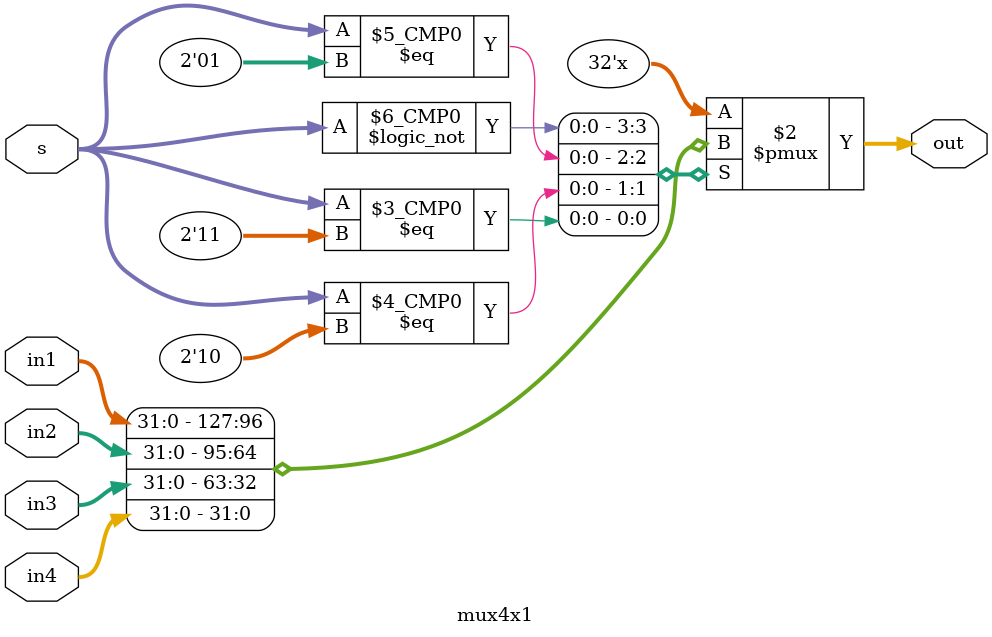
<source format=v>
module mux2x1 #(parameter size = 32) (in1, in2, s, out);

	// inputs	
	input s;
	input [size-1:0] in1, in2; // size was 33 bits instead of 32, fixed.
	
	// outputs
	output [size-1:0] out;

	// Unit logic
	assign out = (~s) ? in1 : in2;
	
endmodule
/////////////////////////////////
module mux4x1 #(parameter size = 32) (in1, in2, in3, in4, s, out);

	// inputs	
	input [1:0]s;
	input [size-1:0] in1, in2, in3, in4; // size was 33 bits instead of 32, fixed.
	
	// outputs
	output reg [size-1:0] out;

	// Unit logic
	always @(*) begin
		case(s) 
			'b00: out <= in1;
			'b01: out <= in2;
			'b10: out <= in3;
			'b11: out <= in4;
			default: out <= in1;
			endcase
	end
	
endmodule
</source>
